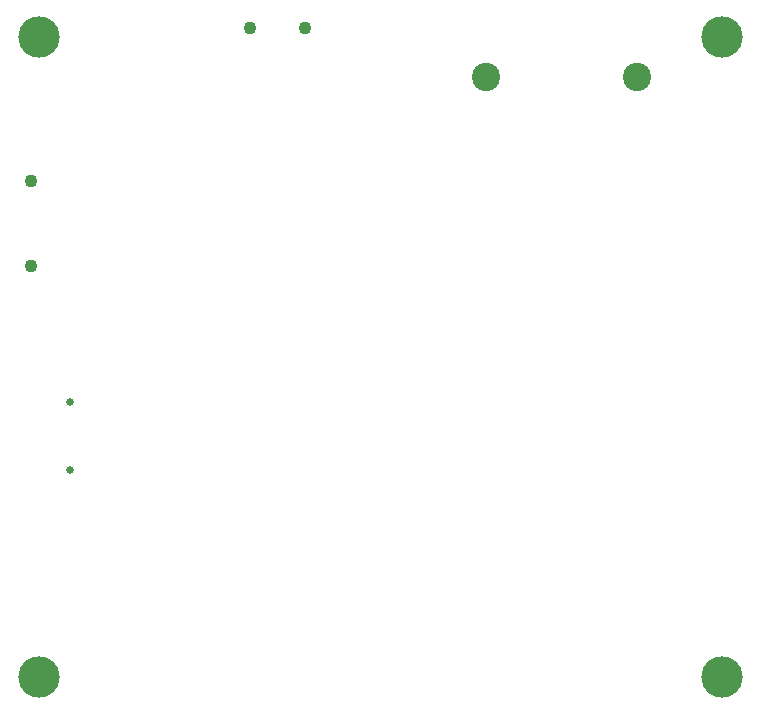
<source format=gbr>
%TF.GenerationSoftware,Altium Limited,Altium Designer,24.4.1 (13)*%
G04 Layer_Color=0*
%FSLAX45Y45*%
%MOMM*%
%TF.SameCoordinates,EFC9E65E-F59A-4C70-970D-A36E2AA460D7*%
%TF.FilePolarity,Positive*%
%TF.FileFunction,NonPlated,1,4,NPTH,Drill*%
%TF.Part,Single*%
G01*
G75*
%TA.AperFunction,ComponentDrill*%
%ADD148C,2.40000*%
%ADD149C,1.10000*%
%ADD150C,1.10000*%
%ADD151C,0.65000*%
%TA.AperFunction,OtherDrill,Pad Free-2 (87.3mm,99.525mm)*%
%ADD152C,3.50000*%
%TA.AperFunction,OtherDrill,Pad Free-2 (87.3mm,45.35mm)*%
%ADD153C,3.50000*%
%TA.AperFunction,OtherDrill,Pad Free-2 (29.425mm,45.35mm)*%
%ADD154C,3.50000*%
%TA.AperFunction,OtherDrill,Pad Free-2 (29.425mm,99.525mm)*%
%ADD155C,3.50000*%
D148*
X6729000Y9617500D02*
D03*
X8010000D02*
D03*
D149*
X2872500Y8020000D02*
D03*
Y8740000D02*
D03*
D150*
X5197500Y10030000D02*
D03*
X4727500D02*
D03*
D151*
X3202500Y6291500D02*
D03*
Y6869500D02*
D03*
D152*
X8730000Y9952500D02*
D03*
D153*
Y4535000D02*
D03*
D154*
X2942500D02*
D03*
D155*
Y9952500D02*
D03*
%TF.MD5,fa2a878f9860c583a11f85a089121a1d*%
M02*

</source>
